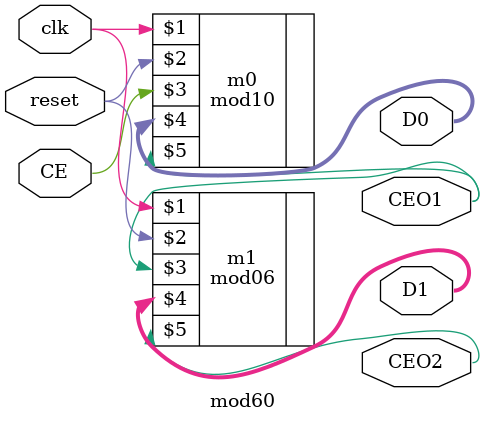
<source format=v>
`timescale 1ns / 1ps
module mod60 (input clk, reset, CE, output[3:0] D0, D1,
output CEO1, CEO2);

	mod10 m0(clk, reset, CE, D0, CEO1);
	mod06 m1(clk, reset, CEO1, D1, CEO2);;

endmodule 
</source>
